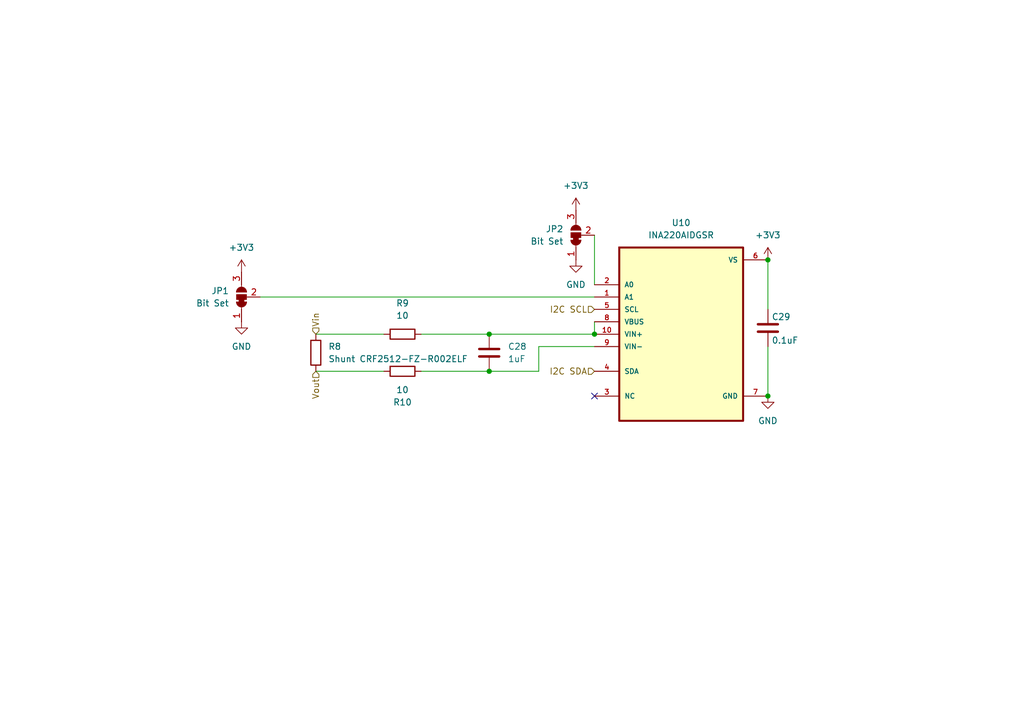
<source format=kicad_sch>
(kicad_sch (version 20250114) (generator "eeschema") (generator_version "9.0")
  (paper "A5")
  (lib_symbols
    (symbol "Current Sense:INA220AIDGSR" (pin_names (offset 1.016))
      (property "Reference" "U6" (at 0 22.86 0))
      (property "Value" "INA220AIDGSR" (at 0 20.32 0))
      (symbol "INA220AIDGSR_0_0"
        (rectangle (start -12.7 -17.78) (end 12.7 17.78) (stroke (width 0.41)) (fill (type background)))
        (pin input line (at -17.78 10.16 0) (length 5.08) (name "A0") (number "2"))
        (pin input line (at -17.78 7.62 0) (length 5.08) (name "A1") (number "1"))
        (pin input line (at -17.78 5.08 0) (length 5.08) (name "SCL") (number "5"))
        (pin input line (at -17.78 2.54 0) (length 5.08) (name "VBUS") (number "8"))
        (pin input line (at -17.78 0 0) (length 5.08) (name "VIN+") (number "10"))
        (pin input line (at -17.78 -2.54 0) (length 5.08) (name "VIN-") (number "9"))
        (pin bidirectional line (at -17.78 -7.62 0) (length 5.08) (name "SDA") (number "4"))
        (pin power_in line (at 17.78 15.24 180) (length 5.08) (name "VS") (number "6"))
        (pin power_in line (at 17.78 -12.7 180) (length 5.08) (name "GND") (number "7"))
      )
      (symbol "INA220AIDGSR_1_1"
        (pin input line (at -17.78 -12.7 0) (length 5.08) (name "NC") (number "3"))
      )
    )
    (symbol "Device:C" (pin_numbers (hide yes)) (pin_names (offset 0.254))
      (property "Reference" "C" (at 0.635 2.54 0))
      (property "Value" "C" (at 0.635 -2.54 0))
      (symbol "C_0_1"
        (polyline (pts (xy -2.032 0.762) (xy 2.032 0.762)) (stroke (width 0.508)))
        (polyline (pts (xy -2.032 -0.762) (xy 2.032 -0.762)) (stroke (width 0.508)))
      )
      (symbol "C_1_1"
        (pin passive line (at 0 3.81 270) (length 2.794) (name "~") (number "1"))
        (pin passive line (at 0 -3.81 90) (length 2.794) (name "~") (number "2"))
      )
    )
    (symbol "Device:R" (pin_numbers (hide yes)) (pin_names (offset 0))
      (property "Reference" "R" (at 2.032 0 90))
      (property "Value" "R" (at 0 0 90))
      (symbol "R_0_1"
        (rectangle (start -1.016 -2.54) (end 1.016 2.54) (stroke (width 0.254)))
      )
      (symbol "R_1_1"
        (pin passive line (at 0 3.81 270) (length 1.27) (name "~") (number "1"))
        (pin passive line (at 0 -3.81 90) (length 1.27) (name "~") (number "2"))
      )
    )
    (symbol "Jumper:SolderJumper_3_Bridged12" (pin_names (offset 0) (hide yes)) (exclude_from_sim yes) (in_bom no)
      (property "Reference" "JP" (at -2.54 -2.54 0))
      (property "Value" "SolderJumper_3_Bridged12" (at 0 2.794 0))
      (symbol "SolderJumper_3_Bridged12_0_1"
        (polyline (pts (xy -2.54 0) (xy -2.032 0)))
        (polyline (pts (xy -1.016 1.016) (xy -1.016 -1.016)))
        (rectangle (start -1.016 0.508) (end -0.508 -0.508) (fill (type outline)))
        (arc (start -1.016 -1.016) (mid -2.0276 0) (end -1.016 1.016))
        (arc (start -1.016 -1.016) (mid -2.0276 0) (end -1.016 1.016) (fill (type outline)))
        (rectangle (start -0.508 1.016) (end 0.508 -1.016) (fill (type outline)))
        (polyline (pts (xy 0 -1.27) (xy 0 -1.016)))
        (arc (start 1.016 1.016) (mid 2.0276 0) (end 1.016 -1.016))
        (arc (start 1.016 1.016) (mid 2.0276 0) (end 1.016 -1.016) (fill (type outline)))
        (polyline (pts (xy 1.016 1.016) (xy 1.016 -1.016)))
        (polyline (pts (xy 2.54 0) (xy 2.032 0)))
      )
      (symbol "SolderJumper_3_Bridged12_1_1"
        (pin passive line (at -5.08 0 0) (length 2.54) (name "A") (number "1"))
        (pin passive line (at 0 -3.81 90) (length 2.54) (name "C") (number "2"))
        (pin passive line (at 5.08 0 180) (length 2.54) (name "B") (number "3"))
      )
    )
    (symbol "power:+3V3" (power) (pin_numbers (hide yes)) (pin_names (offset 0) (hide yes))
      (property "Value" "+3V3" (at 0 3.556 0))
      (symbol "+3V3_0_1"
        (polyline (pts (xy -0.762 1.27) (xy 0 2.54)))
        (polyline (pts (xy 0 2.54) (xy 0.762 1.27)))
        (polyline (pts (xy 0 0) (xy 0 2.54)))
      )
      (symbol "+3V3_1_1"
        (pin power_in line (at 0 0 90) (length 0) (name "~") (number "1"))
      )
    )
    (symbol "power:GND" (power) (pin_numbers (hide yes)) (pin_names (offset 0) (hide yes))
      (property "Value" "GND" (at 0 -3.81 0))
      (symbol "GND_0_1"
        (polyline (pts (xy 0 0) (xy 0 -1.27) (xy 1.27 -1.27) (xy 0 -2.54) (xy -1.27 -1.27) (xy 0 -1.27)))
      )
      (symbol "GND_1_1"
        (pin power_in line (at 0 0 270) (length 0) (name "~") (number "1"))
      )
    )
  )
  (junction (at 121.92 68.58))
  (junction (at 157.48 53.34))
  (junction (at 100.33 68.58))
  (junction (at 100.33 76.2))
  (junction (at 157.48 81.28))
  (no_connect (at 121.92 81.28))
  (wire (pts (xy 157.48 53.34) (xy 157.48 63.5)))
  (wire (pts (xy 110.49 71.12) (xy 121.92 71.12)))
  (wire (pts (xy 121.92 68.58) (xy 100.33 68.58)))
  (wire (pts (xy 121.92 66.04) (xy 121.92 68.58)))
  (wire (pts (xy 121.92 48.26) (xy 121.92 58.42)))
  (wire (pts (xy 110.49 76.2) (xy 110.49 71.12)))
  (wire (pts (xy 53.34 60.96) (xy 121.92 60.96)))
  (wire (pts (xy 86.36 76.2) (xy 100.33 76.2)))
  (wire (pts (xy 157.48 71.12) (xy 157.48 81.28)))
  (wire (pts (xy 86.36 68.58) (xy 100.33 68.58)))
  (wire (pts (xy 100.33 76.2) (xy 110.49 76.2)))
  (wire (pts (xy 64.77 68.58) (xy 78.74 68.58)))
  (wire (pts (xy 64.77 76.2) (xy 78.74 76.2)))
  (hierarchical_label "Vout" (shape input) (at 64.77 76.2 270))
  (hierarchical_label "I2C SCL" (shape input) (at 121.92 63.5 180))
  (hierarchical_label "I2C SDA" (shape input) (at 121.92 76.2 180))
  (hierarchical_label "Vin" (shape input) (at 64.77 68.58 90))
  (symbol (lib_id "power:GND") (at 118.11 53.34 0) (unit 1)
    (property "Reference" "#PWR076" (effects (hide yes)))
    (property "Value" "GND" (at 118.11 58.42 0))
    (property "Description" "Power symbol creates a global label with name \"GND\" , ground" (effects (hide yes)))
  )
  (symbol (lib_id "power:+3V3") (at 49.53 55.88 0) (unit 1)
    (property "Reference" "#PWR073" (effects (hide yes)))
    (property "Value" "+3V3" (at 49.53 50.8 0))
    (property "Description" "Power symbol creates a global label with name \"+3V3\"" (effects (hide yes)))
  )
  (symbol (lib_id "Jumper:SolderJumper_3_Bridged12") (at 49.53 60.96 90) (unit 1) (exclude_from_sim yes) (in_bom no)
    (property "Reference" "JP1" (at 46.99 59.6899 90) (effects (justify left)))
    (property "Value" "Bit Set" (at 46.99 62.2299 90) (effects (justify left)))
    (property "Footprint" "Jumper:SolderJumper-3_P1.3mm_Bridged2Bar12_RoundedPad1.0x1.5mm" (effects (hide yes)))
    (property "Description" "3-pole Solder Jumper, pins 1+2 closed/bridged" (effects (hide yes)))
  )
  (symbol (lib_id "Device:C") (at 100.33 72.39 0) (unit 1)
    (property "Reference" "C28" (at 104.14 71.1199 0) (effects (justify left)))
    (property "Value" "1uF" (at 104.14 73.6599 0) (effects (justify left)))
    (property "Footprint" "Capacitor_SMD:C_0402_1005Metric_Pad0.74x0.62mm_HandSolder" (effects (hide yes)))
    (property "Description" "Unpolarized capacitor" (effects (hide yes)))
  )
  (symbol (lib_id "Current Sense:INA220AIDGSR") (at 139.7 68.58 0) (unit 1)
    (property "Reference" "U10" (at 139.7 45.72 0))
    (property "Value" "INA220AIDGSR" (at 139.7 48.26 0))
    (property "Footprint" "INA220:SOP50P490X110-10N" (effects (hide yes)))
  )
  (symbol (lib_id "Device:R") (at 82.55 68.58 90) (unit 1)
    (property "Reference" "R9" (at 82.55 62.23 90))
    (property "Value" "10" (at 82.55 64.77 90))
    (property "Footprint" "Resistor_SMD:R_0402_1005Metric_Pad0.72x0.64mm_HandSolder" (effects (hide yes)))
    (property "Description" "Resistor" (effects (hide yes)))
  )
  (symbol (lib_id "power:+3V3") (at 157.48 53.34 0) (unit 1)
    (property "Reference" "#PWR077" (effects (hide yes)))
    (property "Value" "+3V3" (at 157.48 48.26 0))
    (property "Description" "Power symbol creates a global label with name \"+3V3\"" (effects (hide yes)))
  )
  (symbol (lib_id "Device:R") (at 82.55 76.2 90) (mirror x) (unit 1)
    (property "Reference" "R10" (at 82.55 82.55 90))
    (property "Value" "10" (at 82.55 80.01 90))
    (property "Footprint" "Resistor_SMD:R_0402_1005Metric_Pad0.72x0.64mm_HandSolder" (effects (hide yes)))
    (property "Description" "Resistor" (effects (hide yes)))
  )
  (symbol (lib_id "Jumper:SolderJumper_3_Bridged12") (at 118.11 48.26 90) (unit 1) (exclude_from_sim yes) (in_bom no)
    (property "Reference" "JP2" (at 115.57 46.9899 90) (effects (justify left)))
    (property "Value" "Bit Set" (at 115.57 49.5299 90) (effects (justify left)))
    (property "Footprint" "Jumper:SolderJumper-3_P1.3mm_Bridged2Bar12_RoundedPad1.0x1.5mm" (effects (hide yes)))
    (property "Description" "3-pole Solder Jumper, pins 1+2 closed/bridged" (effects (hide yes)))
  )
  (symbol (lib_id "Device:C") (at 157.48 67.31 0) (unit 1)
    (property "Reference" "C29" (at 158.242 65.024 0) (effects (justify left)))
    (property "Value" "0.1uF" (at 158.242 69.85 0) (effects (justify left)))
    (property "Footprint" "Capacitor_SMD:C_0402_1005Metric_Pad0.74x0.62mm_HandSolder" (effects (hide yes)))
    (property "Description" "Unpolarized capacitor" (effects (hide yes)))
  )
  (symbol (lib_id "power:+3V3") (at 118.11 43.18 0) (unit 1)
    (property "Reference" "#PWR075" (effects (hide yes)))
    (property "Value" "+3V3" (at 118.11 38.1 0))
    (property "Description" "Power symbol creates a global label with name \"+3V3\"" (effects (hide yes)))
  )
  (symbol (lib_id "power:GND") (at 49.53 66.04 0) (unit 1)
    (property "Reference" "#PWR074" (effects (hide yes)))
    (property "Value" "GND" (at 49.53 71.12 0))
    (property "Description" "Power symbol creates a global label with name \"GND\" , ground" (effects (hide yes)))
  )
  (symbol (lib_id "Device:R") (at 64.77 72.39 0) (unit 1)
    (property "Reference" "R8" (at 67.31 71.1199 0) (effects (justify left)))
    (property "Value" "Shunt CRF2512-FZ-R002ELF" (at 67.31 73.6599 0) (effects (justify left)))
    (property "Footprint" "Resistor_SMD:R_2512_6332Metric_Pad1.40x3.35mm_HandSolder" (effects (hide yes)))
    (property "Description" "Resistor" (effects (hide yes)))
  )
  (symbol (lib_id "power:GND") (at 157.48 81.28 0) (unit 1)
    (property "Reference" "#PWR078" (effects (hide yes)))
    (property "Value" "GND" (at 157.48 86.36 0))
    (property "Description" "Power symbol creates a global label with name \"GND\" , ground" (effects (hide yes)))
  )
)
</source>
